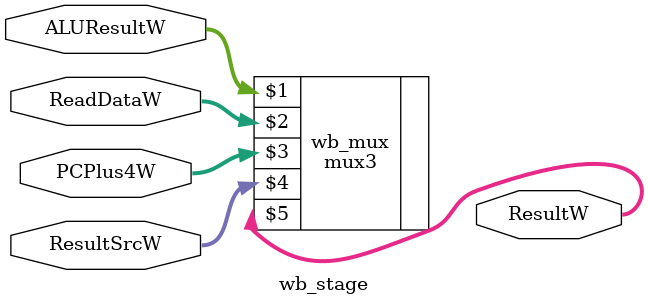
<source format=sv>
`timescale 1ns / 1ps


module wb_stage(input  logic [1:0]  ResultSrcW,
                input  logic [31:0] ReadDataW, ALUResultW, PCPlus4W,
                output logic [31:0] ResultW

    );
    
mux3 #(32) wb_mux(ALUResultW, ReadDataW, PCPlus4W, ResultSrcW, ResultW);
    
    
endmodule

</source>
